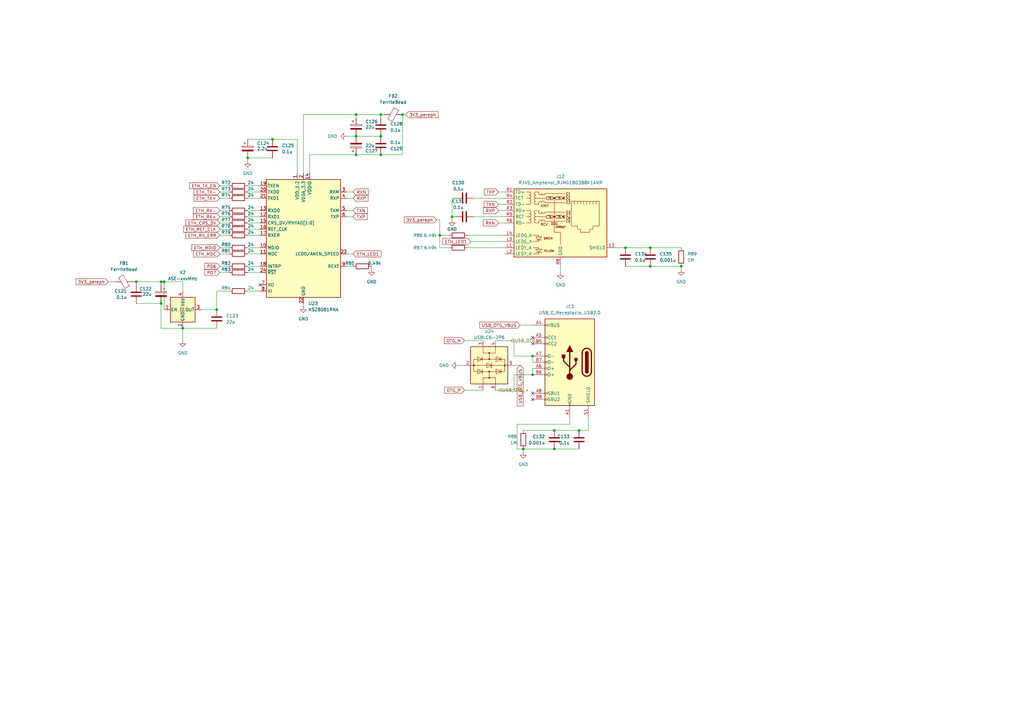
<source format=kicad_sch>
(kicad_sch (version 20211123) (generator eeschema)
  (paper "A3")
  (lib_symbols
    (symbol "Connector:RJ45_Amphenol_RJMG1BD3B8K1ANR"
      (property "Reference" "J" (at 19.05 15.24 0))
      (property "Value" "RJ45_Amphenol_RJMG1BD3B8K1ANR" (at -19.05 15.24 0))
      (symbol "RJ45_Amphenol_RJMG1BD3B8K1ANR_0_0"
        (circle (center -2.54 2.54) (radius 0.254) (stroke (width 0.254)) (fill (type outline)))
        (circle (center -2.54 10.16) (radius 0.254) (stroke (width 0.254)) (fill (type outline)))
        (polyline (pts (xy -7.62 -12.065) (xy -10.16 -12.065)))
        (polyline (pts (xy -7.62 -6.985) (xy -10.16 -6.985)))
        (polyline (pts (xy -2.54 10.16) (xy -2.54 0)))
        (polyline (pts (xy -1.27 -0.635) (xy -3.81 -0.635)) (stroke (width 0.254)))
        (polyline (pts (xy -1.27 0) (xy -3.81 0)) (stroke (width 0.254)))
        (polyline (pts (xy 1.27 2.54) (xy 0.635 2.54)))
        (polyline (pts (xy 1.27 10.16) (xy 0.635 10.16)))
        (polyline (pts (xy -11.176 -12.7) (xy -8.89 -12.7) (xy -8.89 -12.065)))
        (polyline (pts (xy -11.176 -10.16) (xy -8.89 -10.16) (xy -8.89 -10.795)))
        (polyline (pts (xy -11.176 -5.08) (xy -8.89 -5.08) (xy -8.89 -5.715)))
        (polyline (pts (xy -8.89 -6.985) (xy -8.89 -7.62) (xy -11.176 -7.62)))
        (polyline (pts (xy -10.16 -5.715) (xy -7.62 -5.715) (xy -8.89 -6.985) (xy -10.16 -5.715)))
        (polyline (pts (xy -7.62 -10.795) (xy -10.16 -10.795) (xy -8.89 -12.065) (xy -7.62 -10.795)))
        (polyline (pts (xy -2.54 -0.635) (xy -2.54 -3.81) (xy 0 -3.81) (xy 0 -8.89)))
        (polyline (pts (xy 1.905 3.175) (xy 1.27 3.175) (xy 1.27 1.905) (xy 1.905 1.905)))
        (polyline (pts (xy 1.905 10.795) (xy 1.27 10.795) (xy 1.27 9.525) (xy 1.905 9.525)))
        (circle (center 1.27 2.54) (radius 0.254) (stroke (width 0.254)) (fill (type outline)))
        (circle (center 1.27 10.16) (radius 0.254) (stroke (width 0.254)) (fill (type outline)))
        (text "1000pF" (at 0 -1.651 0) (effects (font (size 0.762 0.762))))
        (text "75" (at -4.445 2.54 0) (effects (font (size 0.762 0.762))))
        (text "75" (at -4.445 10.16 0) (effects (font (size 0.762 0.762))))
        (text "75" (at -0.635 2.54 0) (effects (font (size 0.762 0.762))))
        (text "75" (at -0.635 10.16 0) (effects (font (size 0.762 0.762))))
        (text "C1" (at 3.175 12.065 0) (effects (font (size 0.889 0.889))))
        (text "C2" (at 3.175 8.255 0) (effects (font (size 0.889 0.889))))
        (text "C3" (at 3.175 4.445 0) (effects (font (size 0.889 0.889))))
        (text "C4" (at 3.175 10.795 0) (effects (font (size 0.889 0.889))))
        (text "C5" (at 3.175 9.525 0) (effects (font (size 0.889 0.889))))
        (text "C6" (at 3.175 0.635 0) (effects (font (size 0.889 0.889))))
        (text "C7" (at 3.175 3.175 0) (effects (font (size 0.889 0.889))))
        (text "C8" (at 3.175 1.905 0) (effects (font (size 0.889 0.889))))
        (text "GREEN" (at -6.985 -6.35 0) (effects (font (size 0.762 0.762)) (justify left)))
        (text "RCV" (at -8.255 -0.635 0) (effects (font (size 1.016 1.016)) (justify left)))
        (text "XMIT" (at -8.255 6.985 0) (effects (font (size 1.016 1.016)) (justify left)))
        (text "YELLOW" (at -6.985 -11.43 0) (effects (font (size 0.762 0.762)) (justify left)))
      )
      (symbol "RJ45_Amphenol_RJMG1BD3B8K1ANR_0_1"
        (rectangle (start -19.05 -13.97) (end 19.05 13.97) (stroke (width 0.254)) (fill (type background)))
        (arc (start -12.7 0) (mid -12.065 0.635) (end -12.7 1.27))
        (arc (start -12.7 1.27) (mid -12.065 1.905) (end -12.7 2.54))
        (arc (start -12.7 2.54) (mid -12.065 3.175) (end -12.7 3.81))
        (arc (start -12.7 3.81) (mid -12.065 4.445) (end -12.7 5.08))
        (arc (start -12.7 7.62) (mid -12.065 8.255) (end -12.7 8.89))
        (arc (start -12.7 8.89) (mid -12.065 9.525) (end -12.7 10.16))
        (arc (start -12.7 10.16) (mid -12.065 10.795) (end -12.7 11.43))
        (arc (start -12.7 11.43) (mid -12.065 12.065) (end -12.7 12.7))
        (arc (start -10.16 1.27) (mid -10.795 0.635) (end -10.16 0))
        (arc (start -10.16 2.54) (mid -10.795 1.905) (end -10.16 1.27))
        (arc (start -10.16 3.81) (mid -10.795 3.175) (end -10.16 2.54))
        (arc (start -10.16 5.08) (mid -10.795 4.445) (end -10.16 3.81))
        (arc (start -10.16 8.89) (mid -10.795 8.255) (end -10.16 7.62))
        (arc (start -10.16 10.16) (mid -10.795 9.525) (end -10.16 8.89))
        (arc (start -10.16 11.43) (mid -10.795 10.795) (end -10.16 10.16))
        (arc (start -10.16 12.7) (mid -10.795 12.065) (end -10.16 11.43))
        (arc (start -8.89 4.445) (mid -8.255 3.81) (end -7.62 4.445))
        (arc (start -8.89 12.065) (mid -8.255 11.43) (end -7.62 12.065))
        (arc (start -7.62 0.635) (mid -8.255 1.27) (end -8.89 0.635))
        (arc (start -7.62 4.445) (mid -6.985 3.81) (end -6.35 4.445))
        (arc (start -7.62 8.255) (mid -8.255 8.89) (end -8.89 8.255))
        (arc (start -7.62 12.065) (mid -6.985 11.43) (end -6.35 12.065))
        (arc (start -6.35 0.635) (mid -6.985 1.27) (end -7.62 0.635))
        (arc (start -6.35 8.255) (mid -6.985 8.89) (end -7.62 8.255))
        (rectangle (start -5.715 3.175) (end -3.175 1.905))
        (rectangle (start -5.715 10.795) (end -3.175 9.525))
        (rectangle (start -1.905 3.175) (end 0.635 1.905))
        (rectangle (start -1.905 10.795) (end 0.635 9.525))
        (polyline (pts (xy -12.7 0) (xy -13.97 0)))
        (polyline (pts (xy -12.7 2.54) (xy -13.97 2.54)))
        (polyline (pts (xy -12.7 5.08) (xy -13.97 5.08)))
        (polyline (pts (xy -12.7 7.62) (xy -13.97 7.62)))
        (polyline (pts (xy -12.7 10.16) (xy -13.97 10.16)))
        (polyline (pts (xy -12.7 12.7) (xy -13.97 12.7)))
        (polyline (pts (xy -6.35 0.635) (xy 1.905 0.635)))
        (polyline (pts (xy -6.35 4.445) (xy 1.905 4.445)))
        (polyline (pts (xy -6.35 8.255) (xy 1.905 8.255)))
        (polyline (pts (xy -6.35 12.065) (xy 1.905 12.065)))
        (polyline (pts (xy -5.715 2.54) (xy -10.16 2.54)))
        (polyline (pts (xy -5.715 10.16) (xy -10.16 10.16)))
        (polyline (pts (xy -3.175 2.54) (xy -1.905 2.54)))
        (polyline (pts (xy -3.175 10.16) (xy -1.905 10.16)))
        (polyline (pts (xy 5.715 7.62) (xy 5.715 8.89)))
        (polyline (pts (xy 6.985 8.89) (xy 6.985 7.62)))
        (polyline (pts (xy 8.255 8.89) (xy 8.255 7.62)))
        (polyline (pts (xy 9.525 8.89) (xy 9.525 7.62)))
        (polyline (pts (xy 10.795 8.89) (xy 10.795 7.62)))
        (polyline (pts (xy 12.065 8.89) (xy 12.065 7.62)))
        (polyline (pts (xy 13.335 7.62) (xy 13.335 8.89)))
        (polyline (pts (xy 14.605 7.62) (xy 14.605 8.89)))
        (polyline (pts (xy -10.16 5.08) (xy -8.89 5.08) (xy -8.89 4.445)))
        (polyline (pts (xy -10.16 12.7) (xy -8.89 12.7) (xy -8.89 12.065)))
        (polyline (pts (xy -8.89 0.635) (xy -8.89 0) (xy -10.16 0)))
        (polyline (pts (xy -8.89 8.255) (xy -8.89 7.62) (xy -10.16 7.62)))
        (polyline (pts (xy 4.445 8.89) (xy 15.875 8.89) (xy 15.875 -1.27) (xy 13.335 -1.27) (xy 13.335 -2.54) (xy 12.065 -2.54) (xy 12.065 -3.81) (xy 8.255 -3.81) (xy 8.255 -2.54) (xy 6.985 -2.54) (xy 6.985 -1.27) (xy 4.445 -1.27) (xy 4.445 8.89)))
      )
      (symbol "RJ45_Amphenol_RJMG1BD3B8K1ANR_1_1"
        (pin passive line (at 22.86 -10.16 180) (length 3.81) (name "SHIELD") (number "13"))
        (pin passive line (at -22.86 -10.16 0) (length 3.81) (name "LEDY_A") (number "L1"))
        (pin passive line (at -22.86 -12.7 0) (length 3.81) (name "LEDY_K") (number "L2"))
        (pin passive line (at -22.86 -7.62 0) (length 3.81) (name "LEDG_K") (number "L3"))
        (pin passive line (at -22.86 -5.08 0) (length 3.81) (name "LEDG_A") (number "L4"))
        (pin passive line (at -22.86 12.7 0) (length 3.81) (name "TD+") (number "R1"))
        (pin passive line (at -22.86 7.62 0) (length 3.81) (name "TD-") (number "R2"))
        (pin passive line (at -22.86 5.08 0) (length 3.81) (name "RD+") (number "R3"))
        (pin passive line (at -22.86 10.16 0) (length 3.81) (name "TCT") (number "R4"))
        (pin passive line (at -22.86 2.54 0) (length 3.81) (name "RCT") (number "R5"))
        (pin passive line (at -22.86 0 0) (length 3.81) (name "RD-") (number "R6"))
        (pin no_connect line (at 5.08 -5.08 0) (length 0) hide (name "NC") (number "R7"))
        (pin power_in line (at 0 -17.78 90) (length 3.81) (name "GND") (number "R8"))
      )
    )
    (symbol "Connector:USB_C_Receptacle_USB2.0" (pin_names (offset 1.016))
      (property "Reference" "J" (at -10.16 19.05 0))
      (property "Value" "USB_C_Receptacle_USB2.0" (at 19.05 19.05 0))
      (symbol "USB_C_Receptacle_USB2.0_0_0"
        (rectangle (start -0.254 -17.78) (end 0.254 -16.764))
        (rectangle (start 10.16 -14.986) (end 9.144 -15.494))
        (rectangle (start 10.16 -12.446) (end 9.144 -12.954))
        (rectangle (start 10.16 -4.826) (end 9.144 -5.334))
        (rectangle (start 10.16 -2.286) (end 9.144 -2.794))
        (rectangle (start 10.16 0.254) (end 9.144 -0.254))
        (rectangle (start 10.16 2.794) (end 9.144 2.286))
        (rectangle (start 10.16 7.874) (end 9.144 7.366))
        (rectangle (start 10.16 10.414) (end 9.144 9.906))
        (rectangle (start 10.16 15.494) (end 9.144 14.986))
      )
      (symbol "USB_C_Receptacle_USB2.0_0_1"
        (rectangle (start -10.16 17.78) (end 10.16 -17.78) (stroke (width 0.254)) (fill (type background)))
        (arc (start -8.89 -3.81) (mid -6.985 -5.715) (end -5.08 -3.81) (stroke (width 0.508)))
        (arc (start -7.62 -3.81) (mid -6.985 -4.445) (end -6.35 -3.81) (stroke (width 0.254)))
        (arc (start -7.62 -3.81) (mid -6.985 -4.445) (end -6.35 -3.81) (stroke (width 0.254)) (fill (type outline)))
        (rectangle (start -7.62 -3.81) (end -6.35 3.81) (stroke (width 0.254)) (fill (type outline)))
        (arc (start -6.35 3.81) (mid -6.985 4.445) (end -7.62 3.81) (stroke (width 0.254)))
        (arc (start -6.35 3.81) (mid -6.985 4.445) (end -7.62 3.81) (stroke (width 0.254)) (fill (type outline)))
        (arc (start -5.08 3.81) (mid -6.985 5.715) (end -8.89 3.81) (stroke (width 0.508)))
        (circle (center -2.54 1.143) (radius 0.635) (stroke (width 0.254)) (fill (type outline)))
        (circle (center 0 -5.842) (radius 1.27) (fill (type outline)))
        (polyline (pts (xy -8.89 -3.81) (xy -8.89 3.81)) (stroke (width 0.508)))
        (polyline (pts (xy -5.08 3.81) (xy -5.08 -3.81)) (stroke (width 0.508)))
        (polyline (pts (xy 0 -5.842) (xy 0 4.318)) (stroke (width 0.508)))
        (polyline (pts (xy 0 -3.302) (xy -2.54 -0.762) (xy -2.54 0.508)) (stroke (width 0.508)))
        (polyline (pts (xy 0 -2.032) (xy 2.54 0.508) (xy 2.54 1.778)) (stroke (width 0.508)))
        (polyline (pts (xy -1.27 4.318) (xy 0 6.858) (xy 1.27 4.318) (xy -1.27 4.318)) (stroke (width 0.254)) (fill (type outline)))
        (rectangle (start 1.905 1.778) (end 3.175 3.048) (stroke (width 0.254)) (fill (type outline)))
      )
      (symbol "USB_C_Receptacle_USB2.0_1_1"
        (pin passive line (at 0 -22.86 90) (length 5.08) (name "GND") (number "A1"))
        (pin passive line (at 0 -22.86 90) (length 5.08) hide (name "GND") (number "A12"))
        (pin passive line (at 15.24 15.24 180) (length 5.08) (name "VBUS") (number "A4"))
        (pin bidirectional line (at 15.24 10.16 180) (length 5.08) (name "CC1") (number "A5"))
        (pin bidirectional line (at 15.24 -2.54 180) (length 5.08) (name "D+") (number "A6"))
        (pin bidirectional line (at 15.24 2.54 180) (length 5.08) (name "D-") (number "A7"))
        (pin bidirectional line (at 15.24 -12.7 180) (length 5.08) (name "SBU1") (number "A8"))
        (pin passive line (at 15.24 15.24 180) (length 5.08) hide (name "VBUS") (number "A9"))
        (pin passive line (at 0 -22.86 90) (length 5.08) hide (name "GND") (number "B1"))
        (pin passive line (at 0 -22.86 90) (length 5.08) hide (name "GND") (number "B12"))
        (pin passive line (at 15.24 15.24 180) (length 5.08) hide (name "VBUS") (number "B4"))
        (pin bidirectional line (at 15.24 7.62 180) (length 5.08) (name "CC2") (number "B5"))
        (pin bidirectional line (at 15.24 -5.08 180) (length 5.08) (name "D+") (number "B6"))
        (pin bidirectional line (at 15.24 0 180) (length 5.08) (name "D-") (number "B7"))
        (pin bidirectional line (at 15.24 -15.24 180) (length 5.08) (name "SBU2") (number "B8"))
        (pin passive line (at 15.24 15.24 180) (length 5.08) hide (name "VBUS") (number "B9"))
        (pin passive line (at -7.62 -22.86 90) (length 5.08) (name "SHIELD") (number "S1"))
      )
    )
    (symbol "Device:C" (pin_numbers hide) (pin_names (offset 0.254))
      (property "Reference" "C" (at 0.635 2.54 0))
      (property "Value" "C" (at 0.635 -2.54 0))
      (symbol "C_0_1"
        (polyline (pts (xy -2.032 -0.762) (xy 2.032 -0.762)) (stroke (width 0.508)))
        (polyline (pts (xy -2.032 0.762) (xy 2.032 0.762)) (stroke (width 0.508)))
      )
      (symbol "C_1_1"
        (pin passive line (at 0 3.81 270) (length 2.794) (name "~") (number "1"))
        (pin passive line (at 0 -3.81 90) (length 2.794) (name "~") (number "2"))
      )
    )
    (symbol "Device:C_Polarized" (pin_numbers hide) (pin_names (offset 0.254))
      (property "Reference" "C" (at 0.635 2.54 0))
      (property "Value" "C_Polarized" (at 0.635 -2.54 0))
      (symbol "C_Polarized_0_1"
        (rectangle (start -2.286 0.508) (end 2.286 1.016))
        (polyline (pts (xy -1.778 2.286) (xy -0.762 2.286)))
        (polyline (pts (xy -1.27 2.794) (xy -1.27 1.778)))
        (rectangle (start 2.286 -0.508) (end -2.286 -1.016) (fill (type outline)))
      )
      (symbol "C_Polarized_1_1"
        (pin passive line (at 0 3.81 270) (length 2.794) (name "~") (number "1"))
        (pin passive line (at 0 -3.81 90) (length 2.794) (name "~") (number "2"))
      )
    )
    (symbol "Device:FerriteBead" (pin_numbers hide) (pin_names (offset 0))
      (property "Reference" "FB" (at -3.81 0.635 90))
      (property "Value" "FerriteBead" (at 3.81 0 90))
      (symbol "FerriteBead_0_1"
        (polyline (pts (xy 0 -1.27) (xy 0 -1.2192)))
        (polyline (pts (xy 0 1.27) (xy 0 1.2954)))
        (polyline (pts (xy -2.7686 0.4064) (xy -1.7018 2.2606) (xy 2.7686 -0.3048) (xy 1.6764 -2.159) (xy -2.7686 0.4064)))
      )
      (symbol "FerriteBead_1_1"
        (pin passive line (at 0 3.81 270) (length 2.54) (name "~") (number "1"))
        (pin passive line (at 0 -3.81 90) (length 2.54) (name "~") (number "2"))
      )
    )
    (symbol "Device:R" (pin_numbers hide) (pin_names (offset 0))
      (property "Reference" "R" (at 2.032 0 90))
      (property "Value" "R" (at 0 0 90))
      (symbol "R_0_1"
        (rectangle (start -1.016 -2.54) (end 1.016 2.54) (stroke (width 0.254)))
      )
      (symbol "R_1_1"
        (pin passive line (at 0 3.81 270) (length 1.27) (name "~") (number "1"))
        (pin passive line (at 0 -3.81 90) (length 1.27) (name "~") (number "2"))
      )
    )
    (symbol "Interface_Ethernet:KSZ8081RNA"
      (property "Reference" "U" (at -15.24 26.035 0))
      (property "Value" "KSZ8081RNA" (at 3.81 26.035 0))
      (symbol "KSZ8081RNA_0_1"
        (rectangle (start -15.24 25.4) (end 15.24 -22.86) (stroke (width 0.254)) (fill (type background)))
      )
      (symbol "KSZ8081RNA_1_1"
        (pin power_in line (at -2.54 27.94 270) (length 2.54) (name "VDD_1.2") (number "1"))
        (pin bidirectional line (at -17.78 -2.54 0) (length 2.54) (name "MDIO") (number "10"))
        (pin input line (at -17.78 -5.08 0) (length 2.54) (name "MDC") (number "11"))
        (pin output line (at -17.78 10.16 0) (length 2.54) (name "RXD1") (number "12"))
        (pin output line (at -17.78 12.7 0) (length 2.54) (name "RXD0") (number "13"))
        (pin power_in line (at 2.54 27.94 270) (length 2.54) (name "VDDIO") (number "14"))
        (pin output line (at -17.78 7.62 0) (length 2.54) (name "CRS_DV/PHYAD[1:0]") (number "15"))
        (pin output line (at -17.78 5.08 0) (length 2.54) (name "REF_CLK") (number "16"))
        (pin output line (at -17.78 2.54 0) (length 2.54) (name "RXER") (number "17"))
        (pin bidirectional line (at -17.78 -10.16 0) (length 2.54) (name "INTRP") (number "18"))
        (pin input line (at -17.78 22.86 0) (length 2.54) (name "TXEN") (number "19"))
        (pin power_in line (at 0 27.94 270) (length 2.54) (name "VDDA_3.3") (number "2"))
        (pin input line (at -17.78 20.32 0) (length 2.54) (name "TXD0") (number "20"))
        (pin bidirectional line (at -17.78 17.78 0) (length 2.54) (name "TXD1") (number "21"))
        (pin power_in line (at 0 -25.4 90) (length 2.54) (name "GND") (number "22"))
        (pin output line (at 17.78 -5.08 180) (length 2.54) (name "LED0/ANEN_SPEED") (number "23"))
        (pin input line (at -17.78 -12.7 0) (length 2.54) (name "~{RST}") (number "24"))
        (pin passive line (at 0 -25.4 90) (length 2.54) hide (name "GND") (number "25"))
        (pin bidirectional line (at 17.78 20.32 180) (length 2.54) (name "RXM") (number "3"))
        (pin bidirectional line (at 17.78 17.78 180) (length 2.54) (name "RXP") (number "4"))
        (pin bidirectional line (at 17.78 12.7 180) (length 2.54) (name "TXM") (number "5"))
        (pin bidirectional line (at 17.78 10.16 180) (length 2.54) (name "TXP") (number "6"))
        (pin output line (at -17.78 -17.78 0) (length 2.54) (name "XO") (number "7"))
        (pin input line (at -17.78 -20.32 0) (length 2.54) (name "XI") (number "8"))
        (pin passive line (at 17.78 -10.16 180) (length 2.54) (name "REXT") (number "9"))
      )
    )
    (symbol "Oscillator:ASE-xxxMHz" (pin_names (offset 0.254))
      (property "Reference" "X" (at -5.08 6.35 0))
      (property "Value" "ASE-xxxMHz" (at 1.27 -6.35 0))
      (symbol "ASE-xxxMHz_0_1"
        (rectangle (start -5.08 5.08) (end 5.08 -5.08) (stroke (width 0.254)) (fill (type background)))
        (polyline (pts (xy -1.27 -0.762) (xy -1.016 -0.762) (xy -1.016 0.762) (xy -0.508 0.762) (xy -0.508 -0.762) (xy 0 -0.762) (xy 0 0.762) (xy 0.508 0.762) (xy 0.508 -0.762) (xy 0.762 -0.762)))
      )
      (symbol "ASE-xxxMHz_1_1"
        (pin input line (at -7.62 0 0) (length 2.54) (name "EN") (number "1"))
        (pin power_in line (at 0 -7.62 90) (length 2.54) (name "GND") (number "2"))
        (pin output line (at 7.62 0 180) (length 2.54) (name "OUT") (number "3"))
        (pin power_in line (at 0 7.62 270) (length 2.54) (name "Vdd") (number "4"))
      )
    )
    (symbol "Power_Protection:USBLC6-2P6" (pin_names hide)
      (property "Reference" "U" (at 2.54 8.89 0))
      (property "Value" "USBLC6-2P6" (at 2.54 -8.89 0))
      (symbol "USBLC6-2P6_0_1"
        (rectangle (start -7.62 -7.62) (end 7.62 7.62) (stroke (width 0.254)) (fill (type background)))
        (circle (center -5.08 0) (radius 0.254) (fill (type outline)))
        (circle (center -2.54 0) (radius 0.254) (fill (type outline)))
        (rectangle (start -2.54 6.35) (end 2.54 -6.35))
        (circle (center 0 -6.35) (radius 0.254) (fill (type outline)))
        (polyline (pts (xy -5.08 -2.54) (xy -7.62 -2.54)))
        (polyline (pts (xy -5.08 0) (xy -5.08 -2.54)))
        (polyline (pts (xy -5.08 2.54) (xy -7.62 2.54)))
        (polyline (pts (xy -1.524 -2.794) (xy -3.556 -2.794)))
        (polyline (pts (xy -1.524 4.826) (xy -3.556 4.826)))
        (polyline (pts (xy 0 -7.62) (xy 0 -6.35)))
        (polyline (pts (xy 0 -6.35) (xy 0 1.27)))
        (polyline (pts (xy 0 1.27) (xy 0 6.35)))
        (polyline (pts (xy 0 6.35) (xy 0 7.62)))
        (polyline (pts (xy 1.524 -2.794) (xy 3.556 -2.794)))
        (polyline (pts (xy 1.524 4.826) (xy 3.556 4.826)))
        (polyline (pts (xy 5.08 -2.54) (xy 7.62 -2.54)))
        (polyline (pts (xy 5.08 0) (xy 5.08 -2.54)))
        (polyline (pts (xy 5.08 2.54) (xy 7.62 2.54)))
        (polyline (pts (xy -2.54 0) (xy -5.08 0) (xy -5.08 2.54)))
        (polyline (pts (xy 2.54 0) (xy 5.08 0) (xy 5.08 2.54)))
        (polyline (pts (xy -3.556 -4.826) (xy -1.524 -4.826) (xy -2.54 -2.794) (xy -3.556 -4.826)))
        (polyline (pts (xy -3.556 2.794) (xy -1.524 2.794) (xy -2.54 4.826) (xy -3.556 2.794)))
        (polyline (pts (xy -1.016 -1.016) (xy 1.016 -1.016) (xy 0 1.016) (xy -1.016 -1.016)))
        (polyline (pts (xy 1.016 1.016) (xy 0.762 1.016) (xy -1.016 1.016) (xy -1.016 0.508)))
        (polyline (pts (xy 3.556 -4.826) (xy 1.524 -4.826) (xy 2.54 -2.794) (xy 3.556 -4.826)))
        (polyline (pts (xy 3.556 2.794) (xy 1.524 2.794) (xy 2.54 4.826) (xy 3.556 2.794)))
        (circle (center 0 6.35) (radius 0.254) (fill (type outline)))
        (circle (center 2.54 0) (radius 0.254) (fill (type outline)))
        (circle (center 5.08 0) (radius 0.254) (fill (type outline)))
      )
      (symbol "USBLC6-2P6_1_1"
        (pin passive line (at -10.16 -2.54 0) (length 2.54) (name "I/O1") (number "1"))
        (pin passive line (at 0 -10.16 90) (length 2.54) (name "GND") (number "2"))
        (pin passive line (at 10.16 -2.54 180) (length 2.54) (name "I/O2") (number "3"))
        (pin passive line (at 10.16 2.54 180) (length 2.54) (name "I/O2") (number "4"))
        (pin passive line (at 0 10.16 270) (length 2.54) (name "VBUS") (number "5"))
        (pin passive line (at -10.16 2.54 0) (length 2.54) (name "I/O1") (number "6"))
      )
    )
    (symbol "power:GND" (power) (pin_names (offset 0))
      (property "Value" "GND" (at 0 -3.81 0))
      (symbol "GND_0_1"
        (polyline (pts (xy 0 0) (xy 0 -1.27) (xy 1.27 -1.27) (xy 0 -2.54) (xy -1.27 -1.27) (xy 0 -1.27)))
      )
      (symbol "GND_1_1"
        (pin power_in line (at 0 0 270) (length 0) hide (name "GND") (number "1"))
      )
    )
  )
  (junction (at 55.88 115.57))
  (junction (at 156.21 46.99))
  (junction (at 185.42 88.9))
  (junction (at 227.33 184.15))
  (junction (at 66.04 115.57))
  (junction (at 101.6 64.77))
  (junction (at 146.05 46.99))
  (junction (at 67.31 115.57))
  (junction (at 146.05 55.88))
  (junction (at 74.93 134.62))
  (junction (at 146.05 63.5))
  (junction (at 218.44 146.05))
  (junction (at 237.49 176.53))
  (junction (at 165.1 46.99))
  (junction (at 66.04 124.46))
  (junction (at 88.9 127))
  (junction (at 156.21 63.5))
  (junction (at 111.76 57.15))
  (junction (at 214.63 184.15))
  (junction (at 180.34 96.52))
  (junction (at 279.4 109.22))
  (junction (at 156.21 55.88))
  (junction (at 266.7 109.22))
  (junction (at 218.44 153.67))
  (junction (at 227.33 176.53))
  (junction (at 266.7 101.6))
  (junction (at 256.54 101.6))
  (no_connect (at 218.44 163.83))
  (no_connect (at 218.44 161.29))
  (no_connect (at 218.44 138.43))
  (no_connect (at 218.44 140.97))
  (no_connect (at 106.68 116.84))
  (wire (pts (xy 142.24 109.22) (xy 144.78 109.22)))
  (wire (pts (xy 229.87 109.22) (xy 229.87 111.76)))
  (wire (pts (xy 101.6 101.6) (xy 106.68 101.6)))
  (wire (pts (xy 213.36 133.35) (xy 218.44 133.35)))
  (wire (pts (xy 101.6 109.22) (xy 106.68 109.22)))
  (wire (pts (xy 187.96 149.86) (xy 190.5 149.86)))
  (wire (pts (xy 179.07 90.17) (xy 180.34 90.17)))
  (wire (pts (xy 142.24 88.9) (xy 144.78 88.9)))
  (wire (pts (xy 124.46 124.46) (xy 124.46 125.73)))
  (wire (pts (xy 90.17 88.9) (xy 93.98 88.9)))
  (wire (pts (xy 55.88 115.57) (xy 66.04 115.57)))
  (wire (pts (xy 44.45 115.57) (xy 46.99 115.57)))
  (wire (pts (xy 252.73 101.6) (xy 256.54 101.6)))
  (wire (pts (xy 90.17 91.44) (xy 93.98 91.44)))
  (wire (pts (xy 210.82 160.02) (xy 210.82 153.67)))
  (wire (pts (xy 142.24 55.88) (xy 146.05 55.88)))
  (wire (pts (xy 142.24 104.14) (xy 144.78 104.14)))
  (wire (pts (xy 90.17 109.22) (xy 93.98 109.22)))
  (wire (pts (xy 210.82 149.86) (xy 213.36 149.86)))
  (wire (pts (xy 165.1 63.5) (xy 165.1 46.99)))
  (wire (pts (xy 191.77 96.52) (xy 207.01 96.52)))
  (wire (pts (xy 156.21 46.99) (xy 156.21 48.26)))
  (wire (pts (xy 124.46 46.99) (xy 124.46 71.12)))
  (wire (pts (xy 227.33 184.15) (xy 214.63 184.15)))
  (wire (pts (xy 210.82 153.67) (xy 218.44 153.67)))
  (wire (pts (xy 218.44 146.05) (xy 218.44 148.59)))
  (wire (pts (xy 227.33 176.53) (xy 214.63 176.53)))
  (wire (pts (xy 165.1 46.99) (xy 166.37 46.99)))
  (wire (pts (xy 66.04 115.57) (xy 67.31 115.57)))
  (wire (pts (xy 212.09 184.15) (xy 214.63 184.15)))
  (wire (pts (xy 256.54 109.22) (xy 266.7 109.22)))
  (wire (pts (xy 233.68 171.45) (xy 233.68 173.99)))
  (wire (pts (xy 101.6 111.76) (xy 106.68 111.76)))
  (wire (pts (xy 90.17 101.6) (xy 93.98 101.6)))
  (wire (pts (xy 204.47 86.36) (xy 207.01 86.36)))
  (wire (pts (xy 101.6 91.44) (xy 106.68 91.44)))
  (wire (pts (xy 55.88 124.46) (xy 66.04 124.46)))
  (wire (pts (xy 214.63 184.15) (xy 214.63 185.42)))
  (wire (pts (xy 180.34 96.52) (xy 180.34 101.6)))
  (wire (pts (xy 194.31 81.28) (xy 207.01 81.28)))
  (wire (pts (xy 66.04 115.57) (xy 66.04 116.84)))
  (wire (pts (xy 190.5 139.7) (xy 198.12 139.7)))
  (wire (pts (xy 191.77 101.6) (xy 207.01 101.6)))
  (wire (pts (xy 54.61 115.57) (xy 55.88 115.57)))
  (wire (pts (xy 186.69 81.28) (xy 185.42 81.28)))
  (wire (pts (xy 204.47 83.82) (xy 207.01 83.82)))
  (wire (pts (xy 203.2 139.7) (xy 210.82 139.7)))
  (wire (pts (xy 204.47 91.44) (xy 207.01 91.44)))
  (wire (pts (xy 74.93 115.57) (xy 74.93 119.38)))
  (wire (pts (xy 142.24 86.36) (xy 144.78 86.36)))
  (wire (pts (xy 146.05 46.99) (xy 124.46 46.99)))
  (wire (pts (xy 185.42 90.17) (xy 185.42 88.9)))
  (wire (pts (xy 90.17 76.2) (xy 93.98 76.2)))
  (wire (pts (xy 67.31 115.57) (xy 74.93 115.57)))
  (wire (pts (xy 241.3 171.45) (xy 241.3 176.53)))
  (wire (pts (xy 101.6 76.2) (xy 106.68 76.2)))
  (wire (pts (xy 212.09 173.99) (xy 212.09 184.15)))
  (wire (pts (xy 101.6 104.14) (xy 106.68 104.14)))
  (wire (pts (xy 152.4 109.22) (xy 152.4 110.49)))
  (wire (pts (xy 111.76 57.15) (xy 121.92 57.15)))
  (wire (pts (xy 156.21 63.5) (xy 165.1 63.5)))
  (wire (pts (xy 210.82 139.7) (xy 210.82 146.05)))
  (wire (pts (xy 146.05 55.88) (xy 156.21 55.88)))
  (wire (pts (xy 101.6 119.38) (xy 106.68 119.38)))
  (wire (pts (xy 193.04 99.06) (xy 207.01 99.06)))
  (wire (pts (xy 66.04 124.46) (xy 66.04 134.62)))
  (wire (pts (xy 233.68 173.99) (xy 212.09 173.99)))
  (wire (pts (xy 237.49 176.53) (xy 227.33 176.53)))
  (wire (pts (xy 185.42 88.9) (xy 186.69 88.9)))
  (wire (pts (xy 203.2 160.02) (xy 210.82 160.02)))
  (wire (pts (xy 74.93 134.62) (xy 88.9 134.62)))
  (wire (pts (xy 101.6 86.36) (xy 106.68 86.36)))
  (wire (pts (xy 101.6 96.52) (xy 106.68 96.52)))
  (wire (pts (xy 101.6 57.15) (xy 111.76 57.15)))
  (wire (pts (xy 142.24 81.28) (xy 144.78 81.28)))
  (wire (pts (xy 88.9 127) (xy 88.9 119.38)))
  (wire (pts (xy 266.7 109.22) (xy 279.4 109.22)))
  (wire (pts (xy 74.93 134.62) (xy 74.93 139.7)))
  (wire (pts (xy 241.3 176.53) (xy 237.49 176.53)))
  (wire (pts (xy 190.5 160.02) (xy 198.12 160.02)))
  (wire (pts (xy 256.54 101.6) (xy 266.7 101.6)))
  (wire (pts (xy 67.31 127) (xy 67.31 115.57)))
  (wire (pts (xy 218.44 151.13) (xy 218.44 153.67)))
  (wire (pts (xy 185.42 81.28) (xy 185.42 88.9)))
  (wire (pts (xy 101.6 93.98) (xy 106.68 93.98)))
  (wire (pts (xy 237.49 184.15) (xy 227.33 184.15)))
  (wire (pts (xy 127 63.5) (xy 146.05 63.5)))
  (wire (pts (xy 90.17 104.14) (xy 93.98 104.14)))
  (wire (pts (xy 90.17 81.28) (xy 93.98 81.28)))
  (wire (pts (xy 180.34 101.6) (xy 184.15 101.6)))
  (wire (pts (xy 142.24 78.74) (xy 144.78 78.74)))
  (wire (pts (xy 210.82 146.05) (xy 218.44 146.05)))
  (wire (pts (xy 157.48 46.99) (xy 156.21 46.99)))
  (wire (pts (xy 90.17 86.36) (xy 93.98 86.36)))
  (wire (pts (xy 88.9 119.38) (xy 93.98 119.38)))
  (wire (pts (xy 55.88 115.57) (xy 55.88 116.84)))
  (wire (pts (xy 127 71.12) (xy 127 63.5)))
  (wire (pts (xy 180.34 96.52) (xy 184.15 96.52)))
  (wire (pts (xy 90.17 111.76) (xy 93.98 111.76)))
  (wire (pts (xy 101.6 64.77) (xy 101.6 66.04)))
  (wire (pts (xy 180.34 90.17) (xy 180.34 96.52)))
  (wire (pts (xy 146.05 63.5) (xy 156.21 63.5)))
  (wire (pts (xy 266.7 101.6) (xy 279.4 101.6)))
  (wire (pts (xy 194.31 88.9) (xy 207.01 88.9)))
  (wire (pts (xy 101.6 81.28) (xy 106.68 81.28)))
  (wire (pts (xy 279.4 109.22) (xy 279.4 110.49)))
  (wire (pts (xy 101.6 88.9) (xy 106.68 88.9)))
  (wire (pts (xy 101.6 78.74) (xy 106.68 78.74)))
  (wire (pts (xy 146.05 46.99) (xy 146.05 48.26)))
  (wire (pts (xy 121.92 57.15) (xy 121.92 71.12)))
  (wire (pts (xy 90.17 96.52) (xy 93.98 96.52)))
  (wire (pts (xy 66.04 134.62) (xy 74.93 134.62)))
  (wire (pts (xy 204.47 78.74) (xy 207.01 78.74)))
  (wire (pts (xy 101.6 64.77) (xy 111.76 64.77)))
  (wire (pts (xy 90.17 78.74) (xy 93.98 78.74)))
  (wire (pts (xy 82.55 127) (xy 88.9 127)))
  (wire (pts (xy 90.17 93.98) (xy 93.98 93.98)))
  (wire (pts (xy 156.21 46.99) (xy 146.05 46.99)))
  (global_label "ETH_TX_EN" (shape input) (at 90.17 76.2 180) (property "Intersheet References" "${INTERSHEET_REFS}" (effects hide)))
  (global_label "PD7" (shape input) (at 90.17 111.76 180) (property "Intersheet References" "${INTERSHEET_REFS}" (effects hide)))
  (global_label "ETH_RX_ERR" (shape input) (at 90.17 96.52 180) (property "Intersheet References" "${INTERSHEET_REFS}" (effects hide)))
  (global_label "USB_OTG_VBUS" (shape input) (at 213.36 133.35 180) (property "Intersheet References" "${INTERSHEET_REFS}" (effects hide)))
  (global_label "ETH_MDIO" (shape input) (at 90.17 101.6 180) (property "Intersheet References" "${INTERSHEET_REFS}" (effects hide)))
  (global_label "ETH_RX+" (shape input) (at 90.17 88.9 180) (property "Intersheet References" "${INTERSHEET_REFS}" (effects hide)))
  (global_label "ETH_TX+" (shape input) (at 90.17 81.28 180) (property "Intersheet References" "${INTERSHEET_REFS}" (effects hide)))
  (global_label "ETH_RX-" (shape input) (at 90.17 86.36 180) (property "Intersheet References" "${INTERSHEET_REFS}" (effects hide)))
  (global_label "ETH_TX-" (shape input) (at 90.17 78.74 180) (property "Intersheet References" "${INTERSHEET_REFS}" (effects hide)))
  (global_label "3V3_pereph" (shape input) (at 44.45 115.57 180) (property "Intersheet References" "${INTERSHEET_REFS}" (effects hide)))
  (global_label "OTG_P" (shape input) (at 190.5 160.02 180) (property "Intersheet References" "${INTERSHEET_REFS}" (effects hide)))
  (global_label "TXP" (shape input) (at 204.47 78.74 180) (property "Intersheet References" "${INTERSHEET_REFS}" (effects hide)))
  (global_label "RXP" (shape input) (at 204.47 86.36 180) (property "Intersheet References" "${INTERSHEET_REFS}" (effects hide)))
  (global_label "TXN" (shape input) (at 144.78 86.36 0) (property "Intersheet References" "${INTERSHEET_REFS}" (effects hide)))
  (global_label "USB_OTG_VBUS" (shape input) (at 213.36 149.86 270) (property "Intersheet References" "${INTERSHEET_REFS}" (effects hide)))
  (global_label "TXP" (shape input) (at 144.78 88.9 0) (property "Intersheet References" "${INTERSHEET_REFS}" (effects hide)))
  (global_label "ETH_MDC" (shape input) (at 90.17 104.14 180) (property "Intersheet References" "${INTERSHEET_REFS}" (effects hide)))
  (global_label "ETH_CRS_DV" (shape input) (at 90.17 91.44 180) (property "Intersheet References" "${INTERSHEET_REFS}" (effects hide)))
  (global_label "PD6" (shape input) (at 90.17 109.22 180) (property "Intersheet References" "${INTERSHEET_REFS}" (effects hide)))
  (global_label "ETH_LED1" (shape input) (at 144.78 104.14 0) (property "Intersheet References" "${INTERSHEET_REFS}" (effects hide)))
  (global_label "RXN" (shape input) (at 144.78 78.74 0) (property "Intersheet References" "${INTERSHEET_REFS}" (effects hide)))
  (global_label "ETH_LED1" (shape input) (at 193.04 99.06 180) (property "Intersheet References" "${INTERSHEET_REFS}" (effects hide)))
  (global_label "TXN" (shape input) (at 204.47 83.82 180) (property "Intersheet References" "${INTERSHEET_REFS}" (effects hide)))
  (global_label "3V3_pereph" (shape input) (at 179.07 90.17 180) (property "Intersheet References" "${INTERSHEET_REFS}" (effects hide)))
  (global_label "OTG_N" (shape input) (at 190.5 139.7 180) (property "Intersheet References" "${INTERSHEET_REFS}" (effects hide)))
  (global_label "3V3_pereph" (shape input) (at 166.37 46.99 0) (property "Intersheet References" "${INTERSHEET_REFS}" (effects hide)))
  (global_label "RXP" (shape input) (at 144.78 81.28 0) (property "Intersheet References" "${INTERSHEET_REFS}" (effects hide)))
  (global_label "RXN" (shape input) (at 204.47 91.44 180) (property "Intersheet References" "${INTERSHEET_REFS}" (effects hide)))
  (global_label "ETH_REF_CLK" (shape input) (at 90.17 93.98 180) (property "Intersheet References" "${INTERSHEET_REFS}" (effects hide)))
  (hierarchical_label "USB_OTG_+" (shape input) (at 204.47 160.02 0))
  (hierarchical_label "USB_OTG_-" (shape input) (at 209.55 139.7 0))
  (symbol (lib_id "Device:C") (at 190.5 88.9 90) (mirror x) (unit 1)
    (property "Reference" "C131" (at 187.96 82.55 90))
    (property "Value" "0.1u" (at 187.96 85.09 90))
    (property "Footprint" "Capacitor_SMD:C_0603_1608Metric_Pad1.08x0.95mm_HandSolder" (effects hide))
  )
  (symbol (lib_id "Device:C") (at 156.21 59.69 0) (mirror x) (unit 1)
    (property "Reference" "C129" (at 160.02 60.9601 0) (effects (justify left)))
    (property "Value" "0.1u" (at 160.02 58.4201 0) (effects (justify left)))
    (property "Footprint" "Capacitor_SMD:C_0603_1608Metric_Pad1.08x0.95mm_HandSolder" (effects hide))
  )
  (symbol (lib_id "Device:C") (at 227.33 180.34 0) (mirror y) (unit 1)
    (property "Reference" "C132" (at 223.52 179.0699 0) (effects (justify left)))
    (property "Value" "0.001u" (at 223.52 181.6099 0) (effects (justify left)))
    (property "Footprint" "Capacitor_SMD:C_0603_1608Metric_Pad1.08x0.95mm_HandSolder" (effects hide))
  )
  (symbol (lib_id "Device:R") (at 187.96 96.52 90) (unit 1)
    (property "Reference" "R86" (at 171.45 96.52 90))
    (property "Value" "6.49k" (at 176.53 96.52 90))
    (property "Footprint" "Resistor_SMD:R_0603_1608Metric_Pad0.98x0.95mm_HandSolder" (effects hide))
  )
  (symbol (lib_id "Device:C") (at 55.88 120.65 0) (mirror y) (unit 1)
    (property "Reference" "C121" (at 52.07 119.3799 0) (effects (justify left)))
    (property "Value" "0.1u" (at 52.07 121.9199 0) (effects (justify left)))
    (property "Footprint" "Capacitor_SMD:C_0603_1608Metric_Pad1.08x0.95mm_HandSolder" (effects hide))
  )
  (symbol (lib_id "power:GND") (at 185.42 90.17 0) (unit 1)
    (property "Reference" "#PWR0117" (effects hide))
    (property "Value" "GND" (at 185.42 93.98 0))
  )
  (symbol (lib_id "Connector:RJ45_Amphenol_RJMG1BD3B8K1ANR") (at 229.87 91.44 0) (unit 1)
    (property "Reference" "J12" (at 229.87 72.39 0))
    (property "Value" "RJ45_Amphenol_RJMG1BD3B8K1ANR" (at 229.87 74.93 0))
    (property "Footprint" "Connector_RJ:RJ45_Amphenol_RJMG1BD3B8K1ANR" (effects hide))
    (property "Datasheet" "https://www.amphenolcanada.com/ProductSearch/Drawings/AC/RJMG1BD3B8K1ANR.PDF" (effects hide))
  )
  (symbol (lib_id "Device:R") (at 97.79 76.2 90) (unit 1)
    (property "Reference" "R72" (at 92.71 74.93 90))
    (property "Value" "24" (at 102.87 74.93 90))
    (property "Footprint" "Resistor_SMD:R_0603_1608Metric_Pad0.98x0.95mm_HandSolder" (effects hide))
  )
  (symbol (lib_id "power:GND") (at 279.4 110.49 0) (unit 1)
    (property "Reference" "#PWR0121" (effects hide))
    (property "Value" "GND" (at 279.4 115.57 0))
  )
  (symbol (lib_id "Device:R") (at 97.79 104.14 90) (unit 1)
    (property "Reference" "R81" (at 92.71 102.87 90))
    (property "Value" "24" (at 102.87 102.87 90))
    (property "Footprint" "Resistor_SMD:R_0603_1608Metric_Pad0.98x0.95mm_HandSolder" (effects hide))
  )
  (symbol (lib_id "power:GND") (at 124.46 125.73 0) (unit 1)
    (property "Reference" "#PWR0114" (effects hide))
    (property "Value" "GND" (at 124.46 130.81 0))
  )
  (symbol (lib_id "Device:R") (at 97.79 109.22 90) (unit 1)
    (property "Reference" "R82" (at 92.71 107.95 90))
    (property "Value" "24" (at 102.87 107.95 90))
    (property "Footprint" "Resistor_SMD:R_0603_1608Metric_Pad0.98x0.95mm_HandSolder" (effects hide))
  )
  (symbol (lib_id "Device:R") (at 279.4 105.41 0) (unit 1)
    (property "Reference" "R89" (at 281.94 104.1399 0) (effects (justify left)))
    (property "Value" "1M" (at 281.94 106.6799 0) (effects (justify left)))
    (property "Footprint" "Resistor_SMD:R_0603_1608Metric_Pad0.98x0.95mm_HandSolder" (effects hide))
  )
  (symbol (lib_id "power:GND") (at 214.63 185.42 0) (mirror y) (unit 1)
    (property "Reference" "#PWR0119" (effects hide))
    (property "Value" "GND" (at 214.63 190.5 0))
  )
  (symbol (lib_id "Device:C") (at 156.21 52.07 0) (unit 1)
    (property "Reference" "C128" (at 160.02 50.7999 0) (effects (justify left)))
    (property "Value" "0.1u" (at 160.02 53.3399 0) (effects (justify left)))
    (property "Footprint" "Capacitor_SMD:C_0603_1608Metric_Pad1.08x0.95mm_HandSolder" (effects hide))
  )
  (symbol (lib_id "Device:C") (at 111.76 60.96 0) (unit 1)
    (property "Reference" "C125" (at 115.57 59.6899 0) (effects (justify left)))
    (property "Value" "0.1u" (at 115.57 62.2299 0) (effects (justify left)))
    (property "Footprint" "Capacitor_SMD:C_0603_1608Metric_Pad1.08x0.95mm_HandSolder" (effects hide))
  )
  (symbol (lib_id "Device:C_Polarized") (at 101.6 60.96 0) (unit 1)
    (property "Reference" "C124" (at 105.41 58.8009 0) (effects (justify left)))
    (property "Value" "2.2u" (at 105.41 60.96 0) (effects (justify left)))
    (property "Footprint" "Capacitor_Tantalum_SMD:CP_EIA-1608-08_AVX-J" (effects hide))
  )
  (symbol (lib_id "Device:R") (at 148.59 109.22 90) (unit 1)
    (property "Reference" "R85" (at 143.51 107.95 90))
    (property "Value" "6.49k" (at 153.67 107.95 90))
    (property "Footprint" "Resistor_SMD:R_0603_1608Metric_Pad0.98x0.95mm_HandSolder" (effects hide))
  )
  (symbol (lib_id "Device:C_Polarized") (at 146.05 59.69 0) (mirror x) (unit 1)
    (property "Reference" "C127" (at 149.86 61.8491 0) (effects (justify left)))
    (property "Value" "22u" (at 149.86 59.69 0) (effects (justify left)))
    (property "Footprint" "Capacitor_Tantalum_SMD:CP_EIA-6032-15_Kemet-U_Pad2.25x2.35mm_HandSolder" (effects hide))
  )
  (symbol (lib_id "Device:C_Polarized") (at 66.04 120.65 0) (mirror y) (unit 1)
    (property "Reference" "C122" (at 62.23 118.4909 0) (effects (justify left)))
    (property "Value" "22u" (at 62.23 120.65 0) (effects (justify left)))
    (property "Footprint" "Capacitor_Tantalum_SMD:CP_EIA-6032-15_Kemet-U_Pad2.25x2.35mm_HandSolder" (effects hide))
  )
  (symbol (lib_id "Device:R") (at 97.79 93.98 90) (unit 1)
    (property "Reference" "R78" (at 92.71 92.71 90))
    (property "Value" "24" (at 102.87 92.71 90))
    (property "Footprint" "Resistor_SMD:R_0603_1608Metric_Pad0.98x0.95mm_HandSolder" (effects hide))
  )
  (symbol (lib_id "power:GND") (at 187.96 149.86 270) (unit 1)
    (property "Reference" "#PWR0118" (effects hide))
    (property "Value" "GND" (at 184.15 149.8599 90) (effects (justify right)))
  )
  (symbol (lib_id "Device:R") (at 97.79 119.38 90) (unit 1)
    (property "Reference" "R84" (at 92.71 118.11 90))
    (property "Value" "24" (at 102.87 118.11 90))
    (property "Footprint" "Resistor_SMD:R_0603_1608Metric_Pad0.98x0.95mm_HandSolder" (effects hide))
  )
  (symbol (lib_id "Device:FerriteBead") (at 161.29 46.99 90) (unit 1)
    (property "Reference" "FB2" (at 161.2392 39.37 90))
    (property "Value" "FerriteBead" (at 161.2392 41.91 90))
    (property "Footprint" "Inductor_SMD:L_0805_2012Metric_Pad1.05x1.20mm_HandSolder" (effects hide))
  )
  (symbol (lib_id "Device:C") (at 88.9 130.81 0) (mirror y) (unit 1)
    (property "Reference" "C123" (at 92.71 129.5399 0) (effects (justify right)))
    (property "Value" "22p" (at 92.71 132.0799 0) (effects (justify right)))
    (property "Footprint" "Capacitor_SMD:C_0603_1608Metric_Pad1.08x0.95mm_HandSolder" (effects hide))
  )
  (symbol (lib_id "Device:R") (at 97.79 88.9 90) (unit 1)
    (property "Reference" "R76" (at 92.71 87.63 90))
    (property "Value" "24" (at 102.87 87.63 90))
    (property "Footprint" "Resistor_SMD:R_0603_1608Metric_Pad0.98x0.95mm_HandSolder" (effects hide))
  )
  (symbol (lib_id "Device:R") (at 97.79 86.36 90) (unit 1)
    (property "Reference" "R75" (at 92.71 85.09 90))
    (property "Value" "24" (at 102.87 85.09 90))
    (property "Footprint" "Resistor_SMD:R_0603_1608Metric_Pad0.98x0.95mm_HandSolder" (effects hide))
  )
  (symbol (lib_id "power:GND") (at 229.87 111.76 0) (unit 1)
    (property "Reference" "#PWR0120" (effects hide))
    (property "Value" "GND" (at 229.87 116.84 0))
  )
  (symbol (lib_id "power:GND") (at 142.24 55.88 270) (unit 1)
    (property "Reference" "#PWR0115" (effects hide))
    (property "Value" "GND" (at 138.43 55.8799 90) (effects (justify right)))
  )
  (symbol (lib_id "power:GND") (at 74.93 139.7 0) (unit 1)
    (property "Reference" "#PWR0112" (effects hide))
    (property "Value" "GND" (at 74.93 144.78 0))
  )
  (symbol (lib_id "power:GND") (at 152.4 110.49 0) (unit 1)
    (property "Reference" "#PWR0116" (effects hide))
    (property "Value" "GND" (at 152.4 115.57 0))
  )
  (symbol (lib_id "Device:R") (at 97.79 96.52 90) (unit 1)
    (property "Reference" "R79" (at 92.71 95.25 90))
    (property "Value" "24" (at 102.87 95.25 90))
    (property "Footprint" "Resistor_SMD:R_0603_1608Metric_Pad0.98x0.95mm_HandSolder" (effects hide))
  )
  (symbol (lib_id "Power_Protection:USBLC6-2P6") (at 200.66 149.86 270) (mirror x) (unit 1)
    (property "Reference" "U24" (at 200.66 135.89 90))
    (property "Value" "USBLC6-2P6" (at 200.66 138.43 90))
    (property "Footprint" "Package_TO_SOT_SMD:SOT-666" (effects hide))
    (property "Datasheet" "https://www.st.com/resource/en/datasheet/usblc6-2.pdf" (effects hide))
  )
  (symbol (lib_id "Connector:USB_C_Receptacle_USB2.0") (at 233.68 148.59 0) (mirror y) (unit 1)
    (property "Reference" "J13" (at 233.68 125.73 0))
    (property "Value" "USB_C_Receptacle_USB2.0" (at 233.68 128.27 0))
    (property "Footprint" "Connector_USB:USB_C_Receptacle_HRO_TYPE-C-31-M-12" (effects hide))
    (property "Datasheet" "https://www.usb.org/sites/default/files/documents/usb_type-c.zip" (effects hide))
  )
  (symbol (lib_id "Device:R") (at 214.63 180.34 0) (mirror y) (unit 1)
    (property "Reference" "R88" (at 212.09 179.0699 0) (effects (justify left)))
    (property "Value" "1M" (at 212.09 181.6099 0) (effects (justify left)))
    (property "Footprint" "Resistor_SMD:R_0603_1608Metric_Pad0.98x0.95mm_HandSolder" (effects hide))
  )
  (symbol (lib_id "Device:C") (at 256.54 105.41 0) (unit 1)
    (property "Reference" "C134" (at 260.35 104.1399 0) (effects (justify left)))
    (property "Value" "0.1u" (at 260.35 106.6799 0) (effects (justify left)))
    (property "Footprint" "Capacitor_SMD:C_0603_1608Metric_Pad1.08x0.95mm_HandSolder" (effects hide))
  )
  (symbol (lib_id "Device:C") (at 266.7 105.41 0) (unit 1)
    (property "Reference" "C135" (at 270.51 104.1399 0) (effects (justify left)))
    (property "Value" "0.001u" (at 270.51 106.6799 0) (effects (justify left)))
    (property "Footprint" "Capacitor_SMD:C_0603_1608Metric_Pad1.08x0.95mm_HandSolder" (effects hide))
  )
  (symbol (lib_id "Device:R") (at 97.79 101.6 90) (unit 1)
    (property "Reference" "R80" (at 92.71 100.33 90))
    (property "Value" "24" (at 102.87 100.33 90))
    (property "Footprint" "Resistor_SMD:R_0603_1608Metric_Pad0.98x0.95mm_HandSolder" (effects hide))
  )
  (symbol (lib_id "Oscillator:ASE-xxxMHz") (at 74.93 127 0) (unit 1)
    (property "Reference" "X2" (at 74.93 111.76 0))
    (property "Value" "ASE-xxxMHz" (at 74.93 114.3 0))
    (property "Footprint" "Oscillator:Oscillator_SMD_Abracon_ASE-4Pin_3.2x2.5mm" (effects hide))
    (property "Datasheet" "http://www.abracon.com/Oscillators/ASV.pdf" (effects hide))
  )
  (symbol (lib_id "Device:R") (at 97.79 78.74 90) (unit 1)
    (property "Reference" "R73" (at 92.71 77.47 90))
    (property "Value" "24" (at 102.87 77.47 90))
    (property "Footprint" "Resistor_SMD:R_0603_1608Metric_Pad0.98x0.95mm_HandSolder" (effects hide))
  )
  (symbol (lib_id "Device:R") (at 187.96 101.6 90) (unit 1)
    (property "Reference" "R87" (at 171.45 101.6 90))
    (property "Value" "6.49k" (at 176.53 101.6 90))
    (property "Footprint" "Resistor_SMD:R_0603_1608Metric_Pad0.98x0.95mm_HandSolder" (effects hide))
  )
  (symbol (lib_id "Device:FerriteBead") (at 50.8 115.57 270) (mirror x) (unit 1)
    (property "Reference" "FB1" (at 50.8508 107.95 90))
    (property "Value" "FerriteBead" (at 50.8508 110.49 90))
    (property "Footprint" "Inductor_SMD:L_0805_2012Metric_Pad1.05x1.20mm_HandSolder" (effects hide))
  )
  (symbol (lib_id "Interface_Ethernet:KSZ8081RNA") (at 124.46 99.06 0) (unit 1)
    (property "Reference" "U23" (at 126.4794 124.46 0) (effects (justify left)))
    (property "Value" "KSZ8081RNA" (at 126.4794 127 0) (effects (justify left)))
    (property "Footprint" "Package_DFN_QFN:QFN-24-1EP_4x4mm_P0.5mm_EP2.6x2.6mm" (effects hide))
    (property "Datasheet" "http://ww1.microchip.com/downloads/en/DeviceDoc/00002199A.pdf" (effects hide))
  )
  (symbol (lib_id "power:GND") (at 101.6 66.04 0) (unit 1)
    (property "Reference" "#PWR0113" (effects hide))
    (property "Value" "GND" (at 101.6 71.12 0))
  )
  (symbol (lib_id "Device:R") (at 97.79 111.76 90) (unit 1)
    (property "Reference" "R83" (at 92.71 110.49 90))
    (property "Value" "24" (at 102.87 110.49 90))
    (property "Footprint" "Resistor_SMD:R_0603_1608Metric_Pad0.98x0.95mm_HandSolder" (effects hide))
  )
  (symbol (lib_id "Device:R") (at 97.79 91.44 90) (unit 1)
    (property "Reference" "R77" (at 92.71 90.17 90))
    (property "Value" "24" (at 102.87 90.17 90))
    (property "Footprint" "Resistor_SMD:R_0603_1608Metric_Pad0.98x0.95mm_HandSolder" (effects hide))
  )
  (symbol (lib_id "Device:C_Polarized") (at 146.05 52.07 0) (unit 1)
    (property "Reference" "C126" (at 149.86 49.9109 0) (effects (justify left)))
    (property "Value" "22u" (at 149.86 52.07 0) (effects (justify left)))
    (property "Footprint" "Capacitor_Tantalum_SMD:CP_EIA-6032-15_Kemet-U_Pad2.25x2.35mm_HandSolder" (effects hide))
  )
  (symbol (lib_id "Device:C") (at 190.5 81.28 90) (mirror x) (unit 1)
    (property "Reference" "C130" (at 187.96 74.93 90))
    (property "Value" "0.1u" (at 187.96 77.47 90))
    (property "Footprint" "Capacitor_SMD:C_0603_1608Metric_Pad1.08x0.95mm_HandSolder" (effects hide))
  )
  (symbol (lib_id "Device:C") (at 237.49 180.34 0) (mirror y) (unit 1)
    (property "Reference" "C133" (at 233.68 179.0699 0) (effects (justify left)))
    (property "Value" "0.1u" (at 233.68 181.6099 0) (effects (justify left)))
    (property "Footprint" "Capacitor_SMD:C_0603_1608Metric_Pad1.08x0.95mm_HandSolder" (effects hide))
  )
  (symbol (lib_id "Device:R") (at 97.79 81.28 90) (unit 1)
    (property "Reference" "R74" (at 92.71 80.01 90))
    (property "Value" "24" (at 102.87 80.01 90))
    (property "Footprint" "Resistor_SMD:R_0603_1608Metric_Pad0.98x0.95mm_HandSolder" (effects hide))
  )
)
</source>
